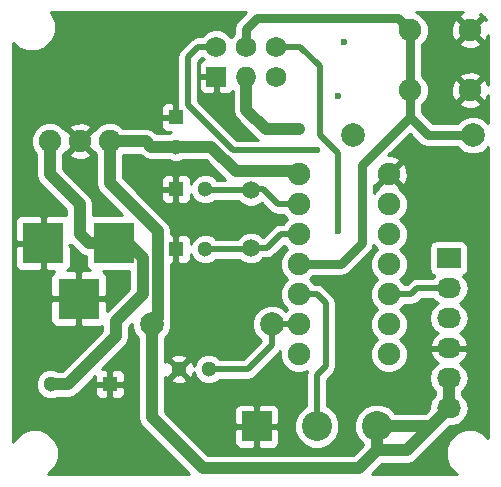
<source format=gbr>
G04 #@! TF.FileFunction,Copper,L2,Bot,Signal*
%FSLAX46Y46*%
G04 Gerber Fmt 4.6, Leading zero omitted, Abs format (unit mm)*
G04 Created by KiCad (PCBNEW 4.0.1-3.201512221401+6198~38~ubuntu15.10.1-stable) date sáb 02 ene 2016 12:37:04 CET*
%MOMM*%
G01*
G04 APERTURE LIST*
%ADD10C,0.100000*%
%ADD11R,1.300000X1.300000*%
%ADD12C,1.300000*%
%ADD13C,1.900000*%
%ADD14R,3.500120X3.500120*%
%ADD15C,1.727200*%
%ADD16O,1.727200X1.727200*%
%ADD17R,1.727200X1.727200*%
%ADD18R,2.540000X2.540000*%
%ADD19C,2.540000*%
%ADD20R,2.032000X1.727200*%
%ADD21O,2.032000X1.727200*%
%ADD22C,1.501140*%
%ADD23C,1.998980*%
%ADD24C,0.600000*%
%ADD25C,0.508000*%
%ADD26C,1.016000*%
%ADD27C,0.762000*%
%ADD28C,0.254000*%
G04 APERTURE END LIST*
D10*
D11*
X77978000Y-102870000D03*
D12*
X72978000Y-102870000D03*
D13*
X72898000Y-82296000D03*
X75438000Y-82296000D03*
X77978000Y-82296000D03*
D14*
X78336140Y-90932000D03*
X72336660Y-90932000D03*
X75336400Y-95631000D03*
D15*
X92075000Y-74295000D03*
X92075000Y-76835000D03*
X89535000Y-74295000D03*
D16*
X89535000Y-76835000D03*
D15*
X86995000Y-74295000D03*
D17*
X86995000Y-76835000D03*
D11*
X83566000Y-91440000D03*
D12*
X86066000Y-91440000D03*
D11*
X83566000Y-86360000D03*
D12*
X86066000Y-86360000D03*
D11*
X83566000Y-80264000D03*
D12*
X83566000Y-82764000D03*
D13*
X93980000Y-85090000D03*
X93980000Y-87630000D03*
X93980000Y-90170000D03*
X93980000Y-92710000D03*
X93980000Y-95250000D03*
X93980000Y-97790000D03*
X93980000Y-100330000D03*
X101600000Y-100330000D03*
X101600000Y-97790000D03*
X101600000Y-95250000D03*
X101600000Y-92710000D03*
X101600000Y-90170000D03*
X101600000Y-87630000D03*
X101600000Y-85090000D03*
D18*
X90424000Y-106426000D03*
D19*
X95504000Y-106426000D03*
X100584000Y-106426000D03*
D20*
X106680000Y-92202000D03*
D21*
X106680000Y-94742000D03*
X106680000Y-97282000D03*
X106680000Y-99822000D03*
X106680000Y-102362000D03*
X106680000Y-104902000D03*
D22*
X89916000Y-86459060D03*
X89916000Y-91340940D03*
D23*
X108712000Y-81788000D03*
X98552000Y-81788000D03*
D13*
X103378000Y-72898000D03*
X103378000Y-77978000D03*
X108458000Y-72898000D03*
X108458000Y-77978000D03*
D23*
X81534000Y-97790000D03*
X91694000Y-97790000D03*
D12*
X86360000Y-101600000D03*
X83820000Y-101600000D03*
D24*
X80264000Y-108204000D03*
X97790000Y-73914000D03*
X97282000Y-78486000D03*
X88138000Y-80772000D03*
X88138000Y-95504000D03*
X86106000Y-105156000D03*
X71628000Y-78486000D03*
X81534000Y-72644000D03*
X93980000Y-81280000D03*
X95504000Y-83058000D03*
X97282000Y-89916000D03*
D25*
X86066000Y-91440000D02*
X89816940Y-91440000D01*
X89816940Y-91440000D02*
X89916000Y-91340940D01*
X89916000Y-91340940D02*
X91285060Y-91340940D01*
X92456000Y-90170000D02*
X93980000Y-90170000D01*
X91285060Y-91340940D02*
X92456000Y-90170000D01*
X89916000Y-86459060D02*
X86165060Y-86459060D01*
X86165060Y-86459060D02*
X86066000Y-86360000D01*
X93980000Y-87630000D02*
X92202000Y-87630000D01*
X90932000Y-86360000D02*
X90015060Y-86360000D01*
X92202000Y-87630000D02*
X90932000Y-86360000D01*
X90015060Y-86360000D02*
X89916000Y-86459060D01*
D26*
X100584000Y-108458000D02*
X103124000Y-108458000D01*
X103124000Y-108458000D02*
X105156000Y-106426000D01*
X81534000Y-97790000D02*
X81534000Y-105664000D01*
X100584000Y-108458000D02*
X100584000Y-107696000D01*
X99060000Y-109982000D02*
X100584000Y-108458000D01*
X85852000Y-109982000D02*
X99060000Y-109982000D01*
X81534000Y-105664000D02*
X85852000Y-109982000D01*
X100584000Y-107696000D02*
X100584000Y-106426000D01*
X77978000Y-82296000D02*
X77978000Y-85852000D01*
X82042000Y-89916000D02*
X82042000Y-97282000D01*
X77978000Y-85852000D02*
X82042000Y-89916000D01*
X82042000Y-97282000D02*
X81534000Y-97790000D01*
X89535000Y-76835000D02*
X89535000Y-79629000D01*
X91186000Y-81280000D02*
X93980000Y-81280000D01*
X89535000Y-79629000D02*
X91186000Y-81280000D01*
X83566000Y-82764000D02*
X86574000Y-82764000D01*
X88646000Y-84836000D02*
X93726000Y-84836000D01*
X86574000Y-82764000D02*
X88646000Y-84836000D01*
X93726000Y-84836000D02*
X93980000Y-85090000D01*
X77978000Y-82296000D02*
X81026000Y-82296000D01*
X81494000Y-82764000D02*
X83566000Y-82764000D01*
X81026000Y-82296000D02*
X81494000Y-82764000D01*
X100584000Y-107696000D02*
X100584000Y-106426000D01*
X100584000Y-106426000D02*
X105156000Y-106426000D01*
X105156000Y-106426000D02*
X106680000Y-104902000D01*
X106680000Y-102362000D02*
X106680000Y-104902000D01*
D25*
X101600000Y-95250000D02*
X103505000Y-95250000D01*
X104013000Y-94742000D02*
X106680000Y-94742000D01*
X103505000Y-95250000D02*
X104013000Y-94742000D01*
D27*
X93980000Y-92710000D02*
X97536000Y-92710000D01*
X99314000Y-84328000D02*
X103378000Y-80264000D01*
X99314000Y-90932000D02*
X99314000Y-84328000D01*
X97536000Y-92710000D02*
X99314000Y-90932000D01*
X103378000Y-77978000D02*
X103378000Y-80264000D01*
X104902000Y-81788000D02*
X108712000Y-81788000D01*
X103378000Y-80264000D02*
X104902000Y-81788000D01*
X103378000Y-72898000D02*
X103378000Y-77978000D01*
X89535000Y-74295000D02*
X89535000Y-72771000D01*
X102362000Y-71882000D02*
X103378000Y-72898000D01*
X90424000Y-71882000D02*
X102362000Y-71882000D01*
X89535000Y-72771000D02*
X90424000Y-71882000D01*
D26*
X72978000Y-102870000D02*
X74422000Y-102870000D01*
X80772000Y-92202000D02*
X80010000Y-91440000D01*
X80772000Y-95250000D02*
X80772000Y-92202000D01*
X78486000Y-97536000D02*
X80772000Y-95250000D01*
X78486000Y-98806000D02*
X78486000Y-97536000D01*
X74422000Y-102870000D02*
X78486000Y-98806000D01*
X80010000Y-91440000D02*
X78336140Y-90932000D01*
X72898000Y-82296000D02*
X72898000Y-85090000D01*
X76200000Y-90932000D02*
X78336140Y-90932000D01*
X75438000Y-90170000D02*
X76200000Y-90932000D01*
X75438000Y-87630000D02*
X75438000Y-90170000D01*
X72898000Y-85090000D02*
X75438000Y-87630000D01*
X77320140Y-90805000D02*
X79375000Y-90805000D01*
X79375000Y-90805000D02*
X80010000Y-91440000D01*
D25*
X85471000Y-74295000D02*
X86995000Y-74295000D01*
X84582000Y-75184000D02*
X85471000Y-74295000D01*
X84582000Y-79248000D02*
X84582000Y-75184000D01*
X88392000Y-83058000D02*
X84582000Y-79248000D01*
X89662000Y-83058000D02*
X88392000Y-83058000D01*
X90424000Y-83058000D02*
X89662000Y-83058000D01*
X91948000Y-83058000D02*
X90424000Y-83058000D01*
X95504000Y-83058000D02*
X91948000Y-83058000D01*
X86360000Y-74295000D02*
X86995000Y-74295000D01*
X86360000Y-74295000D02*
X86995000Y-74295000D01*
X92075000Y-74295000D02*
X94107000Y-74295000D01*
X97028000Y-83058000D02*
X97282000Y-83312000D01*
X97282000Y-83312000D02*
X97282000Y-89916000D01*
X95758000Y-81788000D02*
X97028000Y-83058000D01*
X95758000Y-75946000D02*
X95758000Y-81788000D01*
X94107000Y-74295000D02*
X95758000Y-75946000D01*
X95504000Y-106426000D02*
X95504000Y-102108000D01*
X95504000Y-95250000D02*
X93980000Y-95250000D01*
X96266000Y-96012000D02*
X95504000Y-95250000D01*
X96266000Y-101346000D02*
X96266000Y-96012000D01*
X95504000Y-102108000D02*
X96266000Y-101346000D01*
X86360000Y-101600000D02*
X89662000Y-101600000D01*
X91694000Y-99568000D02*
X91694000Y-97790000D01*
X89662000Y-101600000D02*
X91694000Y-99568000D01*
X91694000Y-97790000D02*
X93980000Y-97790000D01*
D28*
G36*
X104183579Y-82506420D02*
X104342577Y-82612659D01*
X104513194Y-82726662D01*
X104902000Y-82804000D01*
X107416724Y-82804000D01*
X107784927Y-83172846D01*
X108385453Y-83422206D01*
X109035694Y-83422774D01*
X109636655Y-83174462D01*
X110011000Y-82800769D01*
X110011000Y-107387273D01*
X109612240Y-106987817D01*
X108864562Y-106677354D01*
X108054989Y-106676648D01*
X107306771Y-106985805D01*
X106733817Y-107557760D01*
X106423354Y-108305438D01*
X106422648Y-109115011D01*
X106731805Y-109863229D01*
X107303760Y-110436183D01*
X107377976Y-110467000D01*
X100191446Y-110467000D01*
X101057446Y-109601000D01*
X103124000Y-109601000D01*
X103561407Y-109513994D01*
X103932223Y-109266223D01*
X106797846Y-106400600D01*
X106864745Y-106400600D01*
X107438234Y-106286526D01*
X107924415Y-105961670D01*
X108249271Y-105475489D01*
X108363345Y-104902000D01*
X108249271Y-104328511D01*
X107924415Y-103842330D01*
X107823000Y-103774567D01*
X107823000Y-103489433D01*
X107924415Y-103421670D01*
X108249271Y-102935489D01*
X108363345Y-102362000D01*
X108249271Y-101788511D01*
X107924415Y-101302330D01*
X107614931Y-101095539D01*
X108030732Y-100724036D01*
X108284709Y-100196791D01*
X108287358Y-100181026D01*
X108166217Y-99949000D01*
X106807000Y-99949000D01*
X106807000Y-99969000D01*
X106553000Y-99969000D01*
X106553000Y-99949000D01*
X105193783Y-99949000D01*
X105072642Y-100181026D01*
X105075291Y-100196791D01*
X105329268Y-100724036D01*
X105745069Y-101095539D01*
X105435585Y-101302330D01*
X105110729Y-101788511D01*
X104996655Y-102362000D01*
X105110729Y-102935489D01*
X105435585Y-103421670D01*
X105537000Y-103489433D01*
X105537000Y-103774567D01*
X105435585Y-103842330D01*
X105110729Y-104328511D01*
X104996655Y-104902000D01*
X105007754Y-104957800D01*
X104682554Y-105283000D01*
X102134722Y-105283000D01*
X101664505Y-104811961D01*
X100964590Y-104521332D01*
X100206735Y-104520670D01*
X99506314Y-104810078D01*
X98969961Y-105345495D01*
X98679332Y-106045410D01*
X98678670Y-106803265D01*
X98968078Y-107503686D01*
X99441000Y-107977435D01*
X99441000Y-107984554D01*
X98586554Y-108839000D01*
X86325446Y-108839000D01*
X84198196Y-106711750D01*
X88519000Y-106711750D01*
X88519000Y-107822310D01*
X88615673Y-108055699D01*
X88794302Y-108234327D01*
X89027691Y-108331000D01*
X90138250Y-108331000D01*
X90297000Y-108172250D01*
X90297000Y-106553000D01*
X90551000Y-106553000D01*
X90551000Y-108172250D01*
X90709750Y-108331000D01*
X91820309Y-108331000D01*
X92053698Y-108234327D01*
X92232327Y-108055699D01*
X92329000Y-107822310D01*
X92329000Y-106711750D01*
X92170250Y-106553000D01*
X90551000Y-106553000D01*
X90297000Y-106553000D01*
X88677750Y-106553000D01*
X88519000Y-106711750D01*
X84198196Y-106711750D01*
X82677000Y-105190554D01*
X82677000Y-105029690D01*
X88519000Y-105029690D01*
X88519000Y-106140250D01*
X88677750Y-106299000D01*
X90297000Y-106299000D01*
X90297000Y-104679750D01*
X90551000Y-104679750D01*
X90551000Y-106299000D01*
X92170250Y-106299000D01*
X92329000Y-106140250D01*
X92329000Y-105029690D01*
X92232327Y-104796301D01*
X92053698Y-104617673D01*
X91820309Y-104521000D01*
X90709750Y-104521000D01*
X90551000Y-104679750D01*
X90297000Y-104679750D01*
X90138250Y-104521000D01*
X89027691Y-104521000D01*
X88794302Y-104617673D01*
X88615673Y-104796301D01*
X88519000Y-105029690D01*
X82677000Y-105029690D01*
X82677000Y-102499016D01*
X83100590Y-102499016D01*
X83156271Y-102729611D01*
X83639078Y-102897622D01*
X84149428Y-102868083D01*
X84483729Y-102729611D01*
X84539410Y-102499016D01*
X83820000Y-101779605D01*
X83100590Y-102499016D01*
X82677000Y-102499016D01*
X82677000Y-102231405D01*
X82690389Y-102263729D01*
X82920984Y-102319410D01*
X83640395Y-101600000D01*
X82920984Y-100880590D01*
X82690389Y-100936271D01*
X82677000Y-100974746D01*
X82677000Y-100700984D01*
X83100590Y-100700984D01*
X83820000Y-101420395D01*
X84539410Y-100700984D01*
X84483729Y-100470389D01*
X84000922Y-100302378D01*
X83490572Y-100331917D01*
X83156271Y-100470389D01*
X83100590Y-100700984D01*
X82677000Y-100700984D01*
X82677000Y-98958498D01*
X82918846Y-98717073D01*
X83168206Y-98116547D01*
X83168774Y-97466306D01*
X83154980Y-97432921D01*
X83185000Y-97282000D01*
X83185000Y-92725000D01*
X83280250Y-92725000D01*
X83439000Y-92566250D01*
X83439000Y-91567000D01*
X83419000Y-91567000D01*
X83419000Y-91313000D01*
X83439000Y-91313000D01*
X83439000Y-90313750D01*
X83280250Y-90155000D01*
X83185000Y-90155000D01*
X83185000Y-89916000D01*
X83097994Y-89478593D01*
X82850223Y-89107777D01*
X80388196Y-86645750D01*
X82281000Y-86645750D01*
X82281000Y-87136310D01*
X82377673Y-87369699D01*
X82556302Y-87548327D01*
X82789691Y-87645000D01*
X83280250Y-87645000D01*
X83439000Y-87486250D01*
X83439000Y-86487000D01*
X82439750Y-86487000D01*
X82281000Y-86645750D01*
X80388196Y-86645750D01*
X79326136Y-85583690D01*
X82281000Y-85583690D01*
X82281000Y-86074250D01*
X82439750Y-86233000D01*
X83439000Y-86233000D01*
X83439000Y-85233750D01*
X83280250Y-85075000D01*
X82789691Y-85075000D01*
X82556302Y-85171673D01*
X82377673Y-85350301D01*
X82281000Y-85583690D01*
X79326136Y-85583690D01*
X79121000Y-85378554D01*
X79121000Y-83439000D01*
X80552554Y-83439000D01*
X80685777Y-83572223D01*
X81056593Y-83819994D01*
X81494000Y-83907000D01*
X82967839Y-83907000D01*
X83309276Y-84048777D01*
X83820481Y-84049223D01*
X84164686Y-83907000D01*
X86100554Y-83907000D01*
X87763614Y-85570060D01*
X87093118Y-85570060D01*
X86794845Y-85271265D01*
X86322724Y-85075223D01*
X85811519Y-85074777D01*
X85339057Y-85269995D01*
X84977265Y-85631155D01*
X84851000Y-85935235D01*
X84851000Y-85583690D01*
X84754327Y-85350301D01*
X84575698Y-85171673D01*
X84342309Y-85075000D01*
X83851750Y-85075000D01*
X83693000Y-85233750D01*
X83693000Y-86233000D01*
X83713000Y-86233000D01*
X83713000Y-86487000D01*
X83693000Y-86487000D01*
X83693000Y-87486250D01*
X83851750Y-87645000D01*
X84342309Y-87645000D01*
X84575698Y-87548327D01*
X84754327Y-87369699D01*
X84851000Y-87136310D01*
X84851000Y-86784433D01*
X84975995Y-87086943D01*
X85337155Y-87448735D01*
X85809276Y-87644777D01*
X86320481Y-87645223D01*
X86792943Y-87450005D01*
X86895066Y-87348060D01*
X88845666Y-87348060D01*
X89130113Y-87633004D01*
X89639184Y-87844389D01*
X90190398Y-87844870D01*
X90699837Y-87634374D01*
X90824596Y-87509832D01*
X91573382Y-88258618D01*
X91861794Y-88451329D01*
X92202000Y-88519000D01*
X92632355Y-88519000D01*
X92635519Y-88526657D01*
X93008471Y-88900261D01*
X92637086Y-89270997D01*
X92632932Y-89281000D01*
X92456000Y-89281000D01*
X92115794Y-89348671D01*
X91827382Y-89541382D01*
X90951609Y-90417155D01*
X90701887Y-90166996D01*
X90192816Y-89955611D01*
X89641602Y-89955130D01*
X89132163Y-90165626D01*
X88746116Y-90551000D01*
X86994231Y-90551000D01*
X86794845Y-90351265D01*
X86322724Y-90155223D01*
X85811519Y-90154777D01*
X85339057Y-90349995D01*
X84977265Y-90711155D01*
X84851000Y-91015235D01*
X84851000Y-90663690D01*
X84754327Y-90430301D01*
X84575698Y-90251673D01*
X84342309Y-90155000D01*
X83851750Y-90155000D01*
X83693000Y-90313750D01*
X83693000Y-91313000D01*
X83713000Y-91313000D01*
X83713000Y-91567000D01*
X83693000Y-91567000D01*
X83693000Y-92566250D01*
X83851750Y-92725000D01*
X84342309Y-92725000D01*
X84575698Y-92628327D01*
X84754327Y-92449699D01*
X84851000Y-92216310D01*
X84851000Y-91864433D01*
X84975995Y-92166943D01*
X85337155Y-92528735D01*
X85809276Y-92724777D01*
X86320481Y-92725223D01*
X86792943Y-92530005D01*
X86994300Y-92329000D01*
X88944553Y-92329000D01*
X89130113Y-92514884D01*
X89639184Y-92726269D01*
X90190398Y-92726750D01*
X90699837Y-92516254D01*
X90986651Y-92229940D01*
X91285060Y-92229940D01*
X91625266Y-92162269D01*
X91913678Y-91969558D01*
X92725970Y-91157266D01*
X93008471Y-91440261D01*
X92637086Y-91810997D01*
X92395276Y-92393341D01*
X92394725Y-93023893D01*
X92635519Y-93606657D01*
X93008471Y-93980261D01*
X92637086Y-94350997D01*
X92395276Y-94933341D01*
X92394725Y-95563893D01*
X92635519Y-96146657D01*
X93008471Y-96520261D01*
X92871987Y-96656506D01*
X92621073Y-96405154D01*
X92020547Y-96155794D01*
X91370306Y-96155226D01*
X90769345Y-96403538D01*
X90309154Y-96862927D01*
X90059794Y-97463453D01*
X90059226Y-98113694D01*
X90307538Y-98714655D01*
X90766927Y-99174846D01*
X90805000Y-99190655D01*
X90805000Y-99199764D01*
X89293764Y-100711000D01*
X87288231Y-100711000D01*
X87088845Y-100511265D01*
X86616724Y-100315223D01*
X86105519Y-100314777D01*
X85633057Y-100509995D01*
X85271265Y-100871155D01*
X85090203Y-101307200D01*
X85088083Y-101270572D01*
X84949611Y-100936271D01*
X84719016Y-100880590D01*
X83999605Y-101600000D01*
X84719016Y-102319410D01*
X84949611Y-102263729D01*
X85084139Y-101877140D01*
X85269995Y-102326943D01*
X85631155Y-102688735D01*
X86103276Y-102884777D01*
X86614481Y-102885223D01*
X87086943Y-102690005D01*
X87288300Y-102489000D01*
X89662000Y-102489000D01*
X90002206Y-102421329D01*
X90290618Y-102228618D01*
X92322618Y-100196618D01*
X92333036Y-100181026D01*
X92395211Y-100087975D01*
X92394725Y-100643893D01*
X92635519Y-101226657D01*
X93080997Y-101672914D01*
X93663341Y-101914724D01*
X94293893Y-101915275D01*
X94694817Y-101749616D01*
X94682671Y-101767794D01*
X94615000Y-102108000D01*
X94615000Y-104732115D01*
X94426314Y-104810078D01*
X93889961Y-105345495D01*
X93599332Y-106045410D01*
X93598670Y-106803265D01*
X93888078Y-107503686D01*
X94423495Y-108040039D01*
X95123410Y-108330668D01*
X95881265Y-108331330D01*
X96581686Y-108041922D01*
X97118039Y-107506505D01*
X97408668Y-106806590D01*
X97409330Y-106048735D01*
X97119922Y-105348314D01*
X96584505Y-104811961D01*
X96393000Y-104732441D01*
X96393000Y-102476236D01*
X96894618Y-101974618D01*
X96974891Y-101854481D01*
X97087329Y-101686206D01*
X97155000Y-101346000D01*
X97155000Y-96012000D01*
X97087329Y-95671794D01*
X96894618Y-95383382D01*
X96132618Y-94621382D01*
X95863820Y-94441777D01*
X95844206Y-94428671D01*
X95504000Y-94361000D01*
X95327645Y-94361000D01*
X95324481Y-94353343D01*
X94951529Y-93979739D01*
X95205712Y-93726000D01*
X97536000Y-93726000D01*
X97860300Y-93661493D01*
X97924807Y-93648662D01*
X98254420Y-93428420D01*
X100032421Y-91650420D01*
X100252662Y-91320807D01*
X100295290Y-91106498D01*
X100628471Y-91440261D01*
X100257086Y-91810997D01*
X100015276Y-92393341D01*
X100014725Y-93023893D01*
X100255519Y-93606657D01*
X100628471Y-93980261D01*
X100257086Y-94350997D01*
X100015276Y-94933341D01*
X100014725Y-95563893D01*
X100255519Y-96146657D01*
X100628471Y-96520261D01*
X100257086Y-96890997D01*
X100015276Y-97473341D01*
X100014725Y-98103893D01*
X100255519Y-98686657D01*
X100628471Y-99060261D01*
X100257086Y-99430997D01*
X100015276Y-100013341D01*
X100014725Y-100643893D01*
X100255519Y-101226657D01*
X100700997Y-101672914D01*
X101283341Y-101914724D01*
X101913893Y-101915275D01*
X102496657Y-101674481D01*
X102942914Y-101229003D01*
X103184724Y-100646659D01*
X103185275Y-100016107D01*
X102944481Y-99433343D01*
X102571529Y-99059739D01*
X102942914Y-98689003D01*
X103184724Y-98106659D01*
X103185275Y-97476107D01*
X102944481Y-96893343D01*
X102571529Y-96519739D01*
X102942914Y-96149003D01*
X102947068Y-96139000D01*
X103505000Y-96139000D01*
X103845206Y-96071329D01*
X104133618Y-95878618D01*
X104381236Y-95631000D01*
X105321547Y-95631000D01*
X105435585Y-95801670D01*
X105750366Y-96012000D01*
X105435585Y-96222330D01*
X105110729Y-96708511D01*
X104996655Y-97282000D01*
X105110729Y-97855489D01*
X105435585Y-98341670D01*
X105745069Y-98548461D01*
X105329268Y-98919964D01*
X105075291Y-99447209D01*
X105072642Y-99462974D01*
X105193783Y-99695000D01*
X106553000Y-99695000D01*
X106553000Y-99675000D01*
X106807000Y-99675000D01*
X106807000Y-99695000D01*
X108166217Y-99695000D01*
X108287358Y-99462974D01*
X108284709Y-99447209D01*
X108030732Y-98919964D01*
X107614931Y-98548461D01*
X107924415Y-98341670D01*
X108249271Y-97855489D01*
X108363345Y-97282000D01*
X108249271Y-96708511D01*
X107924415Y-96222330D01*
X107609634Y-96012000D01*
X107924415Y-95801670D01*
X108249271Y-95315489D01*
X108363345Y-94742000D01*
X108249271Y-94168511D01*
X107924415Y-93682330D01*
X107910087Y-93672757D01*
X107931317Y-93668762D01*
X108147441Y-93529690D01*
X108292431Y-93317490D01*
X108343440Y-93065600D01*
X108343440Y-91338400D01*
X108299162Y-91103083D01*
X108160090Y-90886959D01*
X107947890Y-90741969D01*
X107696000Y-90690960D01*
X105664000Y-90690960D01*
X105428683Y-90735238D01*
X105212559Y-90874310D01*
X105067569Y-91086510D01*
X105016560Y-91338400D01*
X105016560Y-93065600D01*
X105060838Y-93300917D01*
X105199910Y-93517041D01*
X105412110Y-93662031D01*
X105453439Y-93670400D01*
X105435585Y-93682330D01*
X105321547Y-93853000D01*
X104013000Y-93853000D01*
X103672794Y-93920671D01*
X103384382Y-94113382D01*
X103136764Y-94361000D01*
X102947645Y-94361000D01*
X102944481Y-94353343D01*
X102571529Y-93979739D01*
X102942914Y-93609003D01*
X103184724Y-93026659D01*
X103185275Y-92396107D01*
X102944481Y-91813343D01*
X102571529Y-91439739D01*
X102942914Y-91069003D01*
X103184724Y-90486659D01*
X103185275Y-89856107D01*
X102944481Y-89273343D01*
X102571529Y-88899739D01*
X102942914Y-88529003D01*
X103184724Y-87946659D01*
X103185275Y-87316107D01*
X102944481Y-86733343D01*
X102505789Y-86293884D01*
X102536745Y-86206350D01*
X101600000Y-85269605D01*
X100663255Y-86206350D01*
X100694407Y-86294439D01*
X100330000Y-86658210D01*
X100330000Y-85972408D01*
X100483650Y-86026745D01*
X101420395Y-85090000D01*
X101779605Y-85090000D01*
X102716350Y-86026745D01*
X102978019Y-85934208D01*
X103196188Y-85342602D01*
X103171352Y-84712539D01*
X102978019Y-84245792D01*
X102716350Y-84153255D01*
X101779605Y-85090000D01*
X101420395Y-85090000D01*
X101406253Y-85075858D01*
X101585858Y-84896253D01*
X101600000Y-84910395D01*
X102536745Y-83973650D01*
X102444208Y-83711981D01*
X101852602Y-83493812D01*
X101574048Y-83504792D01*
X103378000Y-81700841D01*
X104183579Y-82506420D01*
X104183579Y-82506420D01*
G37*
X104183579Y-82506420D02*
X104342577Y-82612659D01*
X104513194Y-82726662D01*
X104902000Y-82804000D01*
X107416724Y-82804000D01*
X107784927Y-83172846D01*
X108385453Y-83422206D01*
X109035694Y-83422774D01*
X109636655Y-83174462D01*
X110011000Y-82800769D01*
X110011000Y-107387273D01*
X109612240Y-106987817D01*
X108864562Y-106677354D01*
X108054989Y-106676648D01*
X107306771Y-106985805D01*
X106733817Y-107557760D01*
X106423354Y-108305438D01*
X106422648Y-109115011D01*
X106731805Y-109863229D01*
X107303760Y-110436183D01*
X107377976Y-110467000D01*
X100191446Y-110467000D01*
X101057446Y-109601000D01*
X103124000Y-109601000D01*
X103561407Y-109513994D01*
X103932223Y-109266223D01*
X106797846Y-106400600D01*
X106864745Y-106400600D01*
X107438234Y-106286526D01*
X107924415Y-105961670D01*
X108249271Y-105475489D01*
X108363345Y-104902000D01*
X108249271Y-104328511D01*
X107924415Y-103842330D01*
X107823000Y-103774567D01*
X107823000Y-103489433D01*
X107924415Y-103421670D01*
X108249271Y-102935489D01*
X108363345Y-102362000D01*
X108249271Y-101788511D01*
X107924415Y-101302330D01*
X107614931Y-101095539D01*
X108030732Y-100724036D01*
X108284709Y-100196791D01*
X108287358Y-100181026D01*
X108166217Y-99949000D01*
X106807000Y-99949000D01*
X106807000Y-99969000D01*
X106553000Y-99969000D01*
X106553000Y-99949000D01*
X105193783Y-99949000D01*
X105072642Y-100181026D01*
X105075291Y-100196791D01*
X105329268Y-100724036D01*
X105745069Y-101095539D01*
X105435585Y-101302330D01*
X105110729Y-101788511D01*
X104996655Y-102362000D01*
X105110729Y-102935489D01*
X105435585Y-103421670D01*
X105537000Y-103489433D01*
X105537000Y-103774567D01*
X105435585Y-103842330D01*
X105110729Y-104328511D01*
X104996655Y-104902000D01*
X105007754Y-104957800D01*
X104682554Y-105283000D01*
X102134722Y-105283000D01*
X101664505Y-104811961D01*
X100964590Y-104521332D01*
X100206735Y-104520670D01*
X99506314Y-104810078D01*
X98969961Y-105345495D01*
X98679332Y-106045410D01*
X98678670Y-106803265D01*
X98968078Y-107503686D01*
X99441000Y-107977435D01*
X99441000Y-107984554D01*
X98586554Y-108839000D01*
X86325446Y-108839000D01*
X84198196Y-106711750D01*
X88519000Y-106711750D01*
X88519000Y-107822310D01*
X88615673Y-108055699D01*
X88794302Y-108234327D01*
X89027691Y-108331000D01*
X90138250Y-108331000D01*
X90297000Y-108172250D01*
X90297000Y-106553000D01*
X90551000Y-106553000D01*
X90551000Y-108172250D01*
X90709750Y-108331000D01*
X91820309Y-108331000D01*
X92053698Y-108234327D01*
X92232327Y-108055699D01*
X92329000Y-107822310D01*
X92329000Y-106711750D01*
X92170250Y-106553000D01*
X90551000Y-106553000D01*
X90297000Y-106553000D01*
X88677750Y-106553000D01*
X88519000Y-106711750D01*
X84198196Y-106711750D01*
X82677000Y-105190554D01*
X82677000Y-105029690D01*
X88519000Y-105029690D01*
X88519000Y-106140250D01*
X88677750Y-106299000D01*
X90297000Y-106299000D01*
X90297000Y-104679750D01*
X90551000Y-104679750D01*
X90551000Y-106299000D01*
X92170250Y-106299000D01*
X92329000Y-106140250D01*
X92329000Y-105029690D01*
X92232327Y-104796301D01*
X92053698Y-104617673D01*
X91820309Y-104521000D01*
X90709750Y-104521000D01*
X90551000Y-104679750D01*
X90297000Y-104679750D01*
X90138250Y-104521000D01*
X89027691Y-104521000D01*
X88794302Y-104617673D01*
X88615673Y-104796301D01*
X88519000Y-105029690D01*
X82677000Y-105029690D01*
X82677000Y-102499016D01*
X83100590Y-102499016D01*
X83156271Y-102729611D01*
X83639078Y-102897622D01*
X84149428Y-102868083D01*
X84483729Y-102729611D01*
X84539410Y-102499016D01*
X83820000Y-101779605D01*
X83100590Y-102499016D01*
X82677000Y-102499016D01*
X82677000Y-102231405D01*
X82690389Y-102263729D01*
X82920984Y-102319410D01*
X83640395Y-101600000D01*
X82920984Y-100880590D01*
X82690389Y-100936271D01*
X82677000Y-100974746D01*
X82677000Y-100700984D01*
X83100590Y-100700984D01*
X83820000Y-101420395D01*
X84539410Y-100700984D01*
X84483729Y-100470389D01*
X84000922Y-100302378D01*
X83490572Y-100331917D01*
X83156271Y-100470389D01*
X83100590Y-100700984D01*
X82677000Y-100700984D01*
X82677000Y-98958498D01*
X82918846Y-98717073D01*
X83168206Y-98116547D01*
X83168774Y-97466306D01*
X83154980Y-97432921D01*
X83185000Y-97282000D01*
X83185000Y-92725000D01*
X83280250Y-92725000D01*
X83439000Y-92566250D01*
X83439000Y-91567000D01*
X83419000Y-91567000D01*
X83419000Y-91313000D01*
X83439000Y-91313000D01*
X83439000Y-90313750D01*
X83280250Y-90155000D01*
X83185000Y-90155000D01*
X83185000Y-89916000D01*
X83097994Y-89478593D01*
X82850223Y-89107777D01*
X80388196Y-86645750D01*
X82281000Y-86645750D01*
X82281000Y-87136310D01*
X82377673Y-87369699D01*
X82556302Y-87548327D01*
X82789691Y-87645000D01*
X83280250Y-87645000D01*
X83439000Y-87486250D01*
X83439000Y-86487000D01*
X82439750Y-86487000D01*
X82281000Y-86645750D01*
X80388196Y-86645750D01*
X79326136Y-85583690D01*
X82281000Y-85583690D01*
X82281000Y-86074250D01*
X82439750Y-86233000D01*
X83439000Y-86233000D01*
X83439000Y-85233750D01*
X83280250Y-85075000D01*
X82789691Y-85075000D01*
X82556302Y-85171673D01*
X82377673Y-85350301D01*
X82281000Y-85583690D01*
X79326136Y-85583690D01*
X79121000Y-85378554D01*
X79121000Y-83439000D01*
X80552554Y-83439000D01*
X80685777Y-83572223D01*
X81056593Y-83819994D01*
X81494000Y-83907000D01*
X82967839Y-83907000D01*
X83309276Y-84048777D01*
X83820481Y-84049223D01*
X84164686Y-83907000D01*
X86100554Y-83907000D01*
X87763614Y-85570060D01*
X87093118Y-85570060D01*
X86794845Y-85271265D01*
X86322724Y-85075223D01*
X85811519Y-85074777D01*
X85339057Y-85269995D01*
X84977265Y-85631155D01*
X84851000Y-85935235D01*
X84851000Y-85583690D01*
X84754327Y-85350301D01*
X84575698Y-85171673D01*
X84342309Y-85075000D01*
X83851750Y-85075000D01*
X83693000Y-85233750D01*
X83693000Y-86233000D01*
X83713000Y-86233000D01*
X83713000Y-86487000D01*
X83693000Y-86487000D01*
X83693000Y-87486250D01*
X83851750Y-87645000D01*
X84342309Y-87645000D01*
X84575698Y-87548327D01*
X84754327Y-87369699D01*
X84851000Y-87136310D01*
X84851000Y-86784433D01*
X84975995Y-87086943D01*
X85337155Y-87448735D01*
X85809276Y-87644777D01*
X86320481Y-87645223D01*
X86792943Y-87450005D01*
X86895066Y-87348060D01*
X88845666Y-87348060D01*
X89130113Y-87633004D01*
X89639184Y-87844389D01*
X90190398Y-87844870D01*
X90699837Y-87634374D01*
X90824596Y-87509832D01*
X91573382Y-88258618D01*
X91861794Y-88451329D01*
X92202000Y-88519000D01*
X92632355Y-88519000D01*
X92635519Y-88526657D01*
X93008471Y-88900261D01*
X92637086Y-89270997D01*
X92632932Y-89281000D01*
X92456000Y-89281000D01*
X92115794Y-89348671D01*
X91827382Y-89541382D01*
X90951609Y-90417155D01*
X90701887Y-90166996D01*
X90192816Y-89955611D01*
X89641602Y-89955130D01*
X89132163Y-90165626D01*
X88746116Y-90551000D01*
X86994231Y-90551000D01*
X86794845Y-90351265D01*
X86322724Y-90155223D01*
X85811519Y-90154777D01*
X85339057Y-90349995D01*
X84977265Y-90711155D01*
X84851000Y-91015235D01*
X84851000Y-90663690D01*
X84754327Y-90430301D01*
X84575698Y-90251673D01*
X84342309Y-90155000D01*
X83851750Y-90155000D01*
X83693000Y-90313750D01*
X83693000Y-91313000D01*
X83713000Y-91313000D01*
X83713000Y-91567000D01*
X83693000Y-91567000D01*
X83693000Y-92566250D01*
X83851750Y-92725000D01*
X84342309Y-92725000D01*
X84575698Y-92628327D01*
X84754327Y-92449699D01*
X84851000Y-92216310D01*
X84851000Y-91864433D01*
X84975995Y-92166943D01*
X85337155Y-92528735D01*
X85809276Y-92724777D01*
X86320481Y-92725223D01*
X86792943Y-92530005D01*
X86994300Y-92329000D01*
X88944553Y-92329000D01*
X89130113Y-92514884D01*
X89639184Y-92726269D01*
X90190398Y-92726750D01*
X90699837Y-92516254D01*
X90986651Y-92229940D01*
X91285060Y-92229940D01*
X91625266Y-92162269D01*
X91913678Y-91969558D01*
X92725970Y-91157266D01*
X93008471Y-91440261D01*
X92637086Y-91810997D01*
X92395276Y-92393341D01*
X92394725Y-93023893D01*
X92635519Y-93606657D01*
X93008471Y-93980261D01*
X92637086Y-94350997D01*
X92395276Y-94933341D01*
X92394725Y-95563893D01*
X92635519Y-96146657D01*
X93008471Y-96520261D01*
X92871987Y-96656506D01*
X92621073Y-96405154D01*
X92020547Y-96155794D01*
X91370306Y-96155226D01*
X90769345Y-96403538D01*
X90309154Y-96862927D01*
X90059794Y-97463453D01*
X90059226Y-98113694D01*
X90307538Y-98714655D01*
X90766927Y-99174846D01*
X90805000Y-99190655D01*
X90805000Y-99199764D01*
X89293764Y-100711000D01*
X87288231Y-100711000D01*
X87088845Y-100511265D01*
X86616724Y-100315223D01*
X86105519Y-100314777D01*
X85633057Y-100509995D01*
X85271265Y-100871155D01*
X85090203Y-101307200D01*
X85088083Y-101270572D01*
X84949611Y-100936271D01*
X84719016Y-100880590D01*
X83999605Y-101600000D01*
X84719016Y-102319410D01*
X84949611Y-102263729D01*
X85084139Y-101877140D01*
X85269995Y-102326943D01*
X85631155Y-102688735D01*
X86103276Y-102884777D01*
X86614481Y-102885223D01*
X87086943Y-102690005D01*
X87288300Y-102489000D01*
X89662000Y-102489000D01*
X90002206Y-102421329D01*
X90290618Y-102228618D01*
X92322618Y-100196618D01*
X92333036Y-100181026D01*
X92395211Y-100087975D01*
X92394725Y-100643893D01*
X92635519Y-101226657D01*
X93080997Y-101672914D01*
X93663341Y-101914724D01*
X94293893Y-101915275D01*
X94694817Y-101749616D01*
X94682671Y-101767794D01*
X94615000Y-102108000D01*
X94615000Y-104732115D01*
X94426314Y-104810078D01*
X93889961Y-105345495D01*
X93599332Y-106045410D01*
X93598670Y-106803265D01*
X93888078Y-107503686D01*
X94423495Y-108040039D01*
X95123410Y-108330668D01*
X95881265Y-108331330D01*
X96581686Y-108041922D01*
X97118039Y-107506505D01*
X97408668Y-106806590D01*
X97409330Y-106048735D01*
X97119922Y-105348314D01*
X96584505Y-104811961D01*
X96393000Y-104732441D01*
X96393000Y-102476236D01*
X96894618Y-101974618D01*
X96974891Y-101854481D01*
X97087329Y-101686206D01*
X97155000Y-101346000D01*
X97155000Y-96012000D01*
X97087329Y-95671794D01*
X96894618Y-95383382D01*
X96132618Y-94621382D01*
X95863820Y-94441777D01*
X95844206Y-94428671D01*
X95504000Y-94361000D01*
X95327645Y-94361000D01*
X95324481Y-94353343D01*
X94951529Y-93979739D01*
X95205712Y-93726000D01*
X97536000Y-93726000D01*
X97860300Y-93661493D01*
X97924807Y-93648662D01*
X98254420Y-93428420D01*
X100032421Y-91650420D01*
X100252662Y-91320807D01*
X100295290Y-91106498D01*
X100628471Y-91440261D01*
X100257086Y-91810997D01*
X100015276Y-92393341D01*
X100014725Y-93023893D01*
X100255519Y-93606657D01*
X100628471Y-93980261D01*
X100257086Y-94350997D01*
X100015276Y-94933341D01*
X100014725Y-95563893D01*
X100255519Y-96146657D01*
X100628471Y-96520261D01*
X100257086Y-96890997D01*
X100015276Y-97473341D01*
X100014725Y-98103893D01*
X100255519Y-98686657D01*
X100628471Y-99060261D01*
X100257086Y-99430997D01*
X100015276Y-100013341D01*
X100014725Y-100643893D01*
X100255519Y-101226657D01*
X100700997Y-101672914D01*
X101283341Y-101914724D01*
X101913893Y-101915275D01*
X102496657Y-101674481D01*
X102942914Y-101229003D01*
X103184724Y-100646659D01*
X103185275Y-100016107D01*
X102944481Y-99433343D01*
X102571529Y-99059739D01*
X102942914Y-98689003D01*
X103184724Y-98106659D01*
X103185275Y-97476107D01*
X102944481Y-96893343D01*
X102571529Y-96519739D01*
X102942914Y-96149003D01*
X102947068Y-96139000D01*
X103505000Y-96139000D01*
X103845206Y-96071329D01*
X104133618Y-95878618D01*
X104381236Y-95631000D01*
X105321547Y-95631000D01*
X105435585Y-95801670D01*
X105750366Y-96012000D01*
X105435585Y-96222330D01*
X105110729Y-96708511D01*
X104996655Y-97282000D01*
X105110729Y-97855489D01*
X105435585Y-98341670D01*
X105745069Y-98548461D01*
X105329268Y-98919964D01*
X105075291Y-99447209D01*
X105072642Y-99462974D01*
X105193783Y-99695000D01*
X106553000Y-99695000D01*
X106553000Y-99675000D01*
X106807000Y-99675000D01*
X106807000Y-99695000D01*
X108166217Y-99695000D01*
X108287358Y-99462974D01*
X108284709Y-99447209D01*
X108030732Y-98919964D01*
X107614931Y-98548461D01*
X107924415Y-98341670D01*
X108249271Y-97855489D01*
X108363345Y-97282000D01*
X108249271Y-96708511D01*
X107924415Y-96222330D01*
X107609634Y-96012000D01*
X107924415Y-95801670D01*
X108249271Y-95315489D01*
X108363345Y-94742000D01*
X108249271Y-94168511D01*
X107924415Y-93682330D01*
X107910087Y-93672757D01*
X107931317Y-93668762D01*
X108147441Y-93529690D01*
X108292431Y-93317490D01*
X108343440Y-93065600D01*
X108343440Y-91338400D01*
X108299162Y-91103083D01*
X108160090Y-90886959D01*
X107947890Y-90741969D01*
X107696000Y-90690960D01*
X105664000Y-90690960D01*
X105428683Y-90735238D01*
X105212559Y-90874310D01*
X105067569Y-91086510D01*
X105016560Y-91338400D01*
X105016560Y-93065600D01*
X105060838Y-93300917D01*
X105199910Y-93517041D01*
X105412110Y-93662031D01*
X105453439Y-93670400D01*
X105435585Y-93682330D01*
X105321547Y-93853000D01*
X104013000Y-93853000D01*
X103672794Y-93920671D01*
X103384382Y-94113382D01*
X103136764Y-94361000D01*
X102947645Y-94361000D01*
X102944481Y-94353343D01*
X102571529Y-93979739D01*
X102942914Y-93609003D01*
X103184724Y-93026659D01*
X103185275Y-92396107D01*
X102944481Y-91813343D01*
X102571529Y-91439739D01*
X102942914Y-91069003D01*
X103184724Y-90486659D01*
X103185275Y-89856107D01*
X102944481Y-89273343D01*
X102571529Y-88899739D01*
X102942914Y-88529003D01*
X103184724Y-87946659D01*
X103185275Y-87316107D01*
X102944481Y-86733343D01*
X102505789Y-86293884D01*
X102536745Y-86206350D01*
X101600000Y-85269605D01*
X100663255Y-86206350D01*
X100694407Y-86294439D01*
X100330000Y-86658210D01*
X100330000Y-85972408D01*
X100483650Y-86026745D01*
X101420395Y-85090000D01*
X101779605Y-85090000D01*
X102716350Y-86026745D01*
X102978019Y-85934208D01*
X103196188Y-85342602D01*
X103171352Y-84712539D01*
X102978019Y-84245792D01*
X102716350Y-84153255D01*
X101779605Y-85090000D01*
X101420395Y-85090000D01*
X101406253Y-85075858D01*
X101585858Y-84896253D01*
X101600000Y-84910395D01*
X102536745Y-83973650D01*
X102444208Y-83711981D01*
X101852602Y-83493812D01*
X101574048Y-83504792D01*
X103378000Y-81700841D01*
X104183579Y-82506420D01*
G36*
X88816580Y-72052580D02*
X88596338Y-72382193D01*
X88596338Y-72382194D01*
X88519000Y-72771000D01*
X88519000Y-73191735D01*
X88265290Y-73445003D01*
X88264905Y-73445931D01*
X87844997Y-73025290D01*
X87294398Y-72796661D01*
X86698218Y-72796141D01*
X86147220Y-73023808D01*
X85764361Y-73406000D01*
X85471000Y-73406000D01*
X85130794Y-73473671D01*
X84917154Y-73616421D01*
X84842382Y-73666382D01*
X83953382Y-74555382D01*
X83760671Y-74843794D01*
X83693000Y-75184000D01*
X83693000Y-80137000D01*
X83713000Y-80137000D01*
X83713000Y-80391000D01*
X83693000Y-80391000D01*
X83693000Y-80411000D01*
X83439000Y-80411000D01*
X83439000Y-80391000D01*
X82439750Y-80391000D01*
X82281000Y-80549750D01*
X82281000Y-81040309D01*
X82377673Y-81273698D01*
X82556301Y-81452327D01*
X82789690Y-81549000D01*
X83141567Y-81549000D01*
X82967314Y-81621000D01*
X81967446Y-81621000D01*
X81834223Y-81487777D01*
X81463407Y-81240006D01*
X81026000Y-81153000D01*
X79076568Y-81153000D01*
X78877003Y-80953086D01*
X78294659Y-80711276D01*
X77664107Y-80710725D01*
X77081343Y-80951519D01*
X76641884Y-81390211D01*
X76554350Y-81359255D01*
X75617605Y-82296000D01*
X76554350Y-83232745D01*
X76642439Y-83201593D01*
X76835000Y-83394490D01*
X76835000Y-85852000D01*
X76922006Y-86289407D01*
X77169777Y-86660223D01*
X79044054Y-88534500D01*
X76586080Y-88534500D01*
X76581000Y-88535456D01*
X76581000Y-87630000D01*
X76493994Y-87192593D01*
X76246223Y-86821777D01*
X74041000Y-84616554D01*
X74041000Y-83412350D01*
X74501255Y-83412350D01*
X74593792Y-83674019D01*
X75185398Y-83892188D01*
X75815461Y-83867352D01*
X76282208Y-83674019D01*
X76374745Y-83412350D01*
X75438000Y-82475605D01*
X74501255Y-83412350D01*
X74041000Y-83412350D01*
X74041000Y-83394568D01*
X74234116Y-83201789D01*
X74321650Y-83232745D01*
X75258395Y-82296000D01*
X74321650Y-81359255D01*
X74233561Y-81390407D01*
X74023172Y-81179650D01*
X74501255Y-81179650D01*
X75438000Y-82116395D01*
X76374745Y-81179650D01*
X76282208Y-80917981D01*
X75690602Y-80699812D01*
X75060539Y-80724648D01*
X74593792Y-80917981D01*
X74501255Y-81179650D01*
X74023172Y-81179650D01*
X73797003Y-80953086D01*
X73214659Y-80711276D01*
X72584107Y-80710725D01*
X72001343Y-80951519D01*
X71555086Y-81396997D01*
X71313276Y-81979341D01*
X71312725Y-82609893D01*
X71553519Y-83192657D01*
X71755000Y-83394490D01*
X71755000Y-85090000D01*
X71842006Y-85527407D01*
X72089777Y-85898223D01*
X74295000Y-88103446D01*
X74295000Y-88580894D01*
X74213029Y-88546940D01*
X72622410Y-88546940D01*
X72463660Y-88705690D01*
X72463660Y-90805000D01*
X72483660Y-90805000D01*
X72483660Y-91059000D01*
X72463660Y-91059000D01*
X72463660Y-93158310D01*
X72622410Y-93317060D01*
X73288332Y-93317060D01*
X73226642Y-93342613D01*
X73048013Y-93521241D01*
X72951340Y-93754630D01*
X72951340Y-95345250D01*
X73110090Y-95504000D01*
X75209400Y-95504000D01*
X75209400Y-93404690D01*
X75050650Y-93245940D01*
X74384728Y-93245940D01*
X74446418Y-93220387D01*
X74625047Y-93041759D01*
X74721720Y-92808370D01*
X74721720Y-91217750D01*
X74562972Y-91059002D01*
X74710556Y-91059002D01*
X75391777Y-91740223D01*
X75762593Y-91987994D01*
X75938640Y-92023012D01*
X75938640Y-92682060D01*
X75982918Y-92917377D01*
X76121990Y-93133501D01*
X76286550Y-93245940D01*
X75622150Y-93245940D01*
X75463400Y-93404690D01*
X75463400Y-95504000D01*
X77562710Y-95504000D01*
X77721460Y-95345250D01*
X77721460Y-93754630D01*
X77624787Y-93521241D01*
X77446158Y-93342613D01*
X77414500Y-93329500D01*
X79629000Y-93329500D01*
X79629000Y-94776554D01*
X77721460Y-96684094D01*
X77721460Y-95916750D01*
X77562710Y-95758000D01*
X75463400Y-95758000D01*
X75463400Y-97857310D01*
X75622150Y-98016060D01*
X77212769Y-98016060D01*
X77343000Y-97962116D01*
X77343000Y-98332554D01*
X73948554Y-101727000D01*
X73576161Y-101727000D01*
X73234724Y-101585223D01*
X72723519Y-101584777D01*
X72251057Y-101779995D01*
X71889265Y-102141155D01*
X71693223Y-102613276D01*
X71692777Y-103124481D01*
X71887995Y-103596943D01*
X72249155Y-103958735D01*
X72721276Y-104154777D01*
X73232481Y-104155223D01*
X73576686Y-104013000D01*
X74422000Y-104013000D01*
X74859407Y-103925994D01*
X75230223Y-103678223D01*
X75752696Y-103155750D01*
X76693000Y-103155750D01*
X76693000Y-103646310D01*
X76789673Y-103879699D01*
X76968302Y-104058327D01*
X77201691Y-104155000D01*
X77692250Y-104155000D01*
X77851000Y-103996250D01*
X77851000Y-102997000D01*
X78105000Y-102997000D01*
X78105000Y-103996250D01*
X78263750Y-104155000D01*
X78754309Y-104155000D01*
X78987698Y-104058327D01*
X79166327Y-103879699D01*
X79263000Y-103646310D01*
X79263000Y-103155750D01*
X79104250Y-102997000D01*
X78105000Y-102997000D01*
X77851000Y-102997000D01*
X76851750Y-102997000D01*
X76693000Y-103155750D01*
X75752696Y-103155750D01*
X76693000Y-102215446D01*
X76693000Y-102584250D01*
X76851750Y-102743000D01*
X77851000Y-102743000D01*
X77851000Y-101743750D01*
X78105000Y-101743750D01*
X78105000Y-102743000D01*
X79104250Y-102743000D01*
X79263000Y-102584250D01*
X79263000Y-102093690D01*
X79166327Y-101860301D01*
X78987698Y-101681673D01*
X78754309Y-101585000D01*
X78263750Y-101585000D01*
X78105000Y-101743750D01*
X77851000Y-101743750D01*
X77692250Y-101585000D01*
X77323446Y-101585000D01*
X79294223Y-99614223D01*
X79541994Y-99243407D01*
X79629000Y-98806000D01*
X79629000Y-98009446D01*
X79899553Y-97738893D01*
X79899226Y-98113694D01*
X80147538Y-98714655D01*
X80391000Y-98958542D01*
X80391000Y-105664000D01*
X80478006Y-106101407D01*
X80725777Y-106472223D01*
X84720554Y-110467000D01*
X72709515Y-110467000D01*
X72779229Y-110438195D01*
X73352183Y-109866240D01*
X73662646Y-109118562D01*
X73663352Y-108308989D01*
X73354195Y-107560771D01*
X72782240Y-106987817D01*
X72034562Y-106677354D01*
X71224989Y-106676648D01*
X70476771Y-106985805D01*
X69903817Y-107557760D01*
X69821000Y-107757206D01*
X69821000Y-95916750D01*
X72951340Y-95916750D01*
X72951340Y-97507370D01*
X73048013Y-97740759D01*
X73226642Y-97919387D01*
X73460031Y-98016060D01*
X75050650Y-98016060D01*
X75209400Y-97857310D01*
X75209400Y-95758000D01*
X73110090Y-95758000D01*
X72951340Y-95916750D01*
X69821000Y-95916750D01*
X69821000Y-91217750D01*
X69951600Y-91217750D01*
X69951600Y-92808370D01*
X70048273Y-93041759D01*
X70226902Y-93220387D01*
X70460291Y-93317060D01*
X72050910Y-93317060D01*
X72209660Y-93158310D01*
X72209660Y-91059000D01*
X70110350Y-91059000D01*
X69951600Y-91217750D01*
X69821000Y-91217750D01*
X69821000Y-89055630D01*
X69951600Y-89055630D01*
X69951600Y-90646250D01*
X70110350Y-90805000D01*
X72209660Y-90805000D01*
X72209660Y-88705690D01*
X72050910Y-88546940D01*
X70460291Y-88546940D01*
X70226902Y-88643613D01*
X70048273Y-88822241D01*
X69951600Y-89055630D01*
X69821000Y-89055630D01*
X69821000Y-79487691D01*
X82281000Y-79487691D01*
X82281000Y-79978250D01*
X82439750Y-80137000D01*
X83439000Y-80137000D01*
X83439000Y-79137750D01*
X83280250Y-78979000D01*
X82789690Y-78979000D01*
X82556301Y-79075673D01*
X82377673Y-79254302D01*
X82281000Y-79487691D01*
X69821000Y-79487691D01*
X69821000Y-73968727D01*
X70219760Y-74368183D01*
X70967438Y-74678646D01*
X71777011Y-74679352D01*
X72525229Y-74370195D01*
X73098183Y-73798240D01*
X73408646Y-73050562D01*
X73409352Y-72240989D01*
X73100195Y-71492771D01*
X73004591Y-71397000D01*
X89472159Y-71397000D01*
X88816580Y-72052580D01*
X88816580Y-72052580D01*
G37*
X88816580Y-72052580D02*
X88596338Y-72382193D01*
X88596338Y-72382194D01*
X88519000Y-72771000D01*
X88519000Y-73191735D01*
X88265290Y-73445003D01*
X88264905Y-73445931D01*
X87844997Y-73025290D01*
X87294398Y-72796661D01*
X86698218Y-72796141D01*
X86147220Y-73023808D01*
X85764361Y-73406000D01*
X85471000Y-73406000D01*
X85130794Y-73473671D01*
X84917154Y-73616421D01*
X84842382Y-73666382D01*
X83953382Y-74555382D01*
X83760671Y-74843794D01*
X83693000Y-75184000D01*
X83693000Y-80137000D01*
X83713000Y-80137000D01*
X83713000Y-80391000D01*
X83693000Y-80391000D01*
X83693000Y-80411000D01*
X83439000Y-80411000D01*
X83439000Y-80391000D01*
X82439750Y-80391000D01*
X82281000Y-80549750D01*
X82281000Y-81040309D01*
X82377673Y-81273698D01*
X82556301Y-81452327D01*
X82789690Y-81549000D01*
X83141567Y-81549000D01*
X82967314Y-81621000D01*
X81967446Y-81621000D01*
X81834223Y-81487777D01*
X81463407Y-81240006D01*
X81026000Y-81153000D01*
X79076568Y-81153000D01*
X78877003Y-80953086D01*
X78294659Y-80711276D01*
X77664107Y-80710725D01*
X77081343Y-80951519D01*
X76641884Y-81390211D01*
X76554350Y-81359255D01*
X75617605Y-82296000D01*
X76554350Y-83232745D01*
X76642439Y-83201593D01*
X76835000Y-83394490D01*
X76835000Y-85852000D01*
X76922006Y-86289407D01*
X77169777Y-86660223D01*
X79044054Y-88534500D01*
X76586080Y-88534500D01*
X76581000Y-88535456D01*
X76581000Y-87630000D01*
X76493994Y-87192593D01*
X76246223Y-86821777D01*
X74041000Y-84616554D01*
X74041000Y-83412350D01*
X74501255Y-83412350D01*
X74593792Y-83674019D01*
X75185398Y-83892188D01*
X75815461Y-83867352D01*
X76282208Y-83674019D01*
X76374745Y-83412350D01*
X75438000Y-82475605D01*
X74501255Y-83412350D01*
X74041000Y-83412350D01*
X74041000Y-83394568D01*
X74234116Y-83201789D01*
X74321650Y-83232745D01*
X75258395Y-82296000D01*
X74321650Y-81359255D01*
X74233561Y-81390407D01*
X74023172Y-81179650D01*
X74501255Y-81179650D01*
X75438000Y-82116395D01*
X76374745Y-81179650D01*
X76282208Y-80917981D01*
X75690602Y-80699812D01*
X75060539Y-80724648D01*
X74593792Y-80917981D01*
X74501255Y-81179650D01*
X74023172Y-81179650D01*
X73797003Y-80953086D01*
X73214659Y-80711276D01*
X72584107Y-80710725D01*
X72001343Y-80951519D01*
X71555086Y-81396997D01*
X71313276Y-81979341D01*
X71312725Y-82609893D01*
X71553519Y-83192657D01*
X71755000Y-83394490D01*
X71755000Y-85090000D01*
X71842006Y-85527407D01*
X72089777Y-85898223D01*
X74295000Y-88103446D01*
X74295000Y-88580894D01*
X74213029Y-88546940D01*
X72622410Y-88546940D01*
X72463660Y-88705690D01*
X72463660Y-90805000D01*
X72483660Y-90805000D01*
X72483660Y-91059000D01*
X72463660Y-91059000D01*
X72463660Y-93158310D01*
X72622410Y-93317060D01*
X73288332Y-93317060D01*
X73226642Y-93342613D01*
X73048013Y-93521241D01*
X72951340Y-93754630D01*
X72951340Y-95345250D01*
X73110090Y-95504000D01*
X75209400Y-95504000D01*
X75209400Y-93404690D01*
X75050650Y-93245940D01*
X74384728Y-93245940D01*
X74446418Y-93220387D01*
X74625047Y-93041759D01*
X74721720Y-92808370D01*
X74721720Y-91217750D01*
X74562972Y-91059002D01*
X74710556Y-91059002D01*
X75391777Y-91740223D01*
X75762593Y-91987994D01*
X75938640Y-92023012D01*
X75938640Y-92682060D01*
X75982918Y-92917377D01*
X76121990Y-93133501D01*
X76286550Y-93245940D01*
X75622150Y-93245940D01*
X75463400Y-93404690D01*
X75463400Y-95504000D01*
X77562710Y-95504000D01*
X77721460Y-95345250D01*
X77721460Y-93754630D01*
X77624787Y-93521241D01*
X77446158Y-93342613D01*
X77414500Y-93329500D01*
X79629000Y-93329500D01*
X79629000Y-94776554D01*
X77721460Y-96684094D01*
X77721460Y-95916750D01*
X77562710Y-95758000D01*
X75463400Y-95758000D01*
X75463400Y-97857310D01*
X75622150Y-98016060D01*
X77212769Y-98016060D01*
X77343000Y-97962116D01*
X77343000Y-98332554D01*
X73948554Y-101727000D01*
X73576161Y-101727000D01*
X73234724Y-101585223D01*
X72723519Y-101584777D01*
X72251057Y-101779995D01*
X71889265Y-102141155D01*
X71693223Y-102613276D01*
X71692777Y-103124481D01*
X71887995Y-103596943D01*
X72249155Y-103958735D01*
X72721276Y-104154777D01*
X73232481Y-104155223D01*
X73576686Y-104013000D01*
X74422000Y-104013000D01*
X74859407Y-103925994D01*
X75230223Y-103678223D01*
X75752696Y-103155750D01*
X76693000Y-103155750D01*
X76693000Y-103646310D01*
X76789673Y-103879699D01*
X76968302Y-104058327D01*
X77201691Y-104155000D01*
X77692250Y-104155000D01*
X77851000Y-103996250D01*
X77851000Y-102997000D01*
X78105000Y-102997000D01*
X78105000Y-103996250D01*
X78263750Y-104155000D01*
X78754309Y-104155000D01*
X78987698Y-104058327D01*
X79166327Y-103879699D01*
X79263000Y-103646310D01*
X79263000Y-103155750D01*
X79104250Y-102997000D01*
X78105000Y-102997000D01*
X77851000Y-102997000D01*
X76851750Y-102997000D01*
X76693000Y-103155750D01*
X75752696Y-103155750D01*
X76693000Y-102215446D01*
X76693000Y-102584250D01*
X76851750Y-102743000D01*
X77851000Y-102743000D01*
X77851000Y-101743750D01*
X78105000Y-101743750D01*
X78105000Y-102743000D01*
X79104250Y-102743000D01*
X79263000Y-102584250D01*
X79263000Y-102093690D01*
X79166327Y-101860301D01*
X78987698Y-101681673D01*
X78754309Y-101585000D01*
X78263750Y-101585000D01*
X78105000Y-101743750D01*
X77851000Y-101743750D01*
X77692250Y-101585000D01*
X77323446Y-101585000D01*
X79294223Y-99614223D01*
X79541994Y-99243407D01*
X79629000Y-98806000D01*
X79629000Y-98009446D01*
X79899553Y-97738893D01*
X79899226Y-98113694D01*
X80147538Y-98714655D01*
X80391000Y-98958542D01*
X80391000Y-105664000D01*
X80478006Y-106101407D01*
X80725777Y-106472223D01*
X84720554Y-110467000D01*
X72709515Y-110467000D01*
X72779229Y-110438195D01*
X73352183Y-109866240D01*
X73662646Y-109118562D01*
X73663352Y-108308989D01*
X73354195Y-107560771D01*
X72782240Y-106987817D01*
X72034562Y-106677354D01*
X71224989Y-106676648D01*
X70476771Y-106985805D01*
X69903817Y-107557760D01*
X69821000Y-107757206D01*
X69821000Y-95916750D01*
X72951340Y-95916750D01*
X72951340Y-97507370D01*
X73048013Y-97740759D01*
X73226642Y-97919387D01*
X73460031Y-98016060D01*
X75050650Y-98016060D01*
X75209400Y-97857310D01*
X75209400Y-95758000D01*
X73110090Y-95758000D01*
X72951340Y-95916750D01*
X69821000Y-95916750D01*
X69821000Y-91217750D01*
X69951600Y-91217750D01*
X69951600Y-92808370D01*
X70048273Y-93041759D01*
X70226902Y-93220387D01*
X70460291Y-93317060D01*
X72050910Y-93317060D01*
X72209660Y-93158310D01*
X72209660Y-91059000D01*
X70110350Y-91059000D01*
X69951600Y-91217750D01*
X69821000Y-91217750D01*
X69821000Y-89055630D01*
X69951600Y-89055630D01*
X69951600Y-90646250D01*
X70110350Y-90805000D01*
X72209660Y-90805000D01*
X72209660Y-88705690D01*
X72050910Y-88546940D01*
X70460291Y-88546940D01*
X70226902Y-88643613D01*
X70048273Y-88822241D01*
X69951600Y-89055630D01*
X69821000Y-89055630D01*
X69821000Y-79487691D01*
X82281000Y-79487691D01*
X82281000Y-79978250D01*
X82439750Y-80137000D01*
X83439000Y-80137000D01*
X83439000Y-79137750D01*
X83280250Y-78979000D01*
X82789690Y-78979000D01*
X82556301Y-79075673D01*
X82377673Y-79254302D01*
X82281000Y-79487691D01*
X69821000Y-79487691D01*
X69821000Y-73968727D01*
X70219760Y-74368183D01*
X70967438Y-74678646D01*
X71777011Y-74679352D01*
X72525229Y-74370195D01*
X73098183Y-73798240D01*
X73408646Y-73050562D01*
X73409352Y-72240989D01*
X73100195Y-71492771D01*
X73004591Y-71397000D01*
X89472159Y-71397000D01*
X88816580Y-72052580D01*
G36*
X85942833Y-75362188D02*
X85771701Y-75433073D01*
X85593073Y-75611702D01*
X85496400Y-75845091D01*
X85496400Y-76549250D01*
X85655150Y-76708000D01*
X86868000Y-76708000D01*
X86868000Y-76688000D01*
X87122000Y-76688000D01*
X87122000Y-76708000D01*
X87142000Y-76708000D01*
X87142000Y-76962000D01*
X87122000Y-76962000D01*
X87122000Y-78174850D01*
X87280750Y-78333600D01*
X87984910Y-78333600D01*
X88218299Y-78236927D01*
X88392000Y-78063225D01*
X88392000Y-79629000D01*
X88479006Y-80066407D01*
X88726777Y-80437223D01*
X90377777Y-82088223D01*
X90498668Y-82169000D01*
X88760236Y-82169000D01*
X85471000Y-78879764D01*
X85471000Y-77120750D01*
X85496400Y-77120750D01*
X85496400Y-77824909D01*
X85593073Y-78058298D01*
X85771701Y-78236927D01*
X86005090Y-78333600D01*
X86709250Y-78333600D01*
X86868000Y-78174850D01*
X86868000Y-76962000D01*
X85655150Y-76962000D01*
X85496400Y-77120750D01*
X85471000Y-77120750D01*
X85471000Y-75552236D01*
X85802064Y-75221172D01*
X85942833Y-75362188D01*
X85942833Y-75362188D01*
G37*
X85942833Y-75362188D02*
X85771701Y-75433073D01*
X85593073Y-75611702D01*
X85496400Y-75845091D01*
X85496400Y-76549250D01*
X85655150Y-76708000D01*
X86868000Y-76708000D01*
X86868000Y-76688000D01*
X87122000Y-76688000D01*
X87122000Y-76708000D01*
X87142000Y-76708000D01*
X87142000Y-76962000D01*
X87122000Y-76962000D01*
X87122000Y-78174850D01*
X87280750Y-78333600D01*
X87984910Y-78333600D01*
X88218299Y-78236927D01*
X88392000Y-78063225D01*
X88392000Y-79629000D01*
X88479006Y-80066407D01*
X88726777Y-80437223D01*
X90377777Y-82088223D01*
X90498668Y-82169000D01*
X88760236Y-82169000D01*
X85471000Y-78879764D01*
X85471000Y-77120750D01*
X85496400Y-77120750D01*
X85496400Y-77824909D01*
X85593073Y-78058298D01*
X85771701Y-78236927D01*
X86005090Y-78333600D01*
X86709250Y-78333600D01*
X86868000Y-78174850D01*
X86868000Y-76962000D01*
X85655150Y-76962000D01*
X85496400Y-77120750D01*
X85471000Y-77120750D01*
X85471000Y-75552236D01*
X85802064Y-75221172D01*
X85942833Y-75362188D01*
G36*
X107613792Y-71519981D02*
X107521255Y-71781650D01*
X108458000Y-72718395D01*
X109394745Y-71781650D01*
X109320027Y-71570368D01*
X109630308Y-71777691D01*
X109808225Y-72043963D01*
X109574350Y-71961255D01*
X108637605Y-72898000D01*
X109574350Y-73834745D01*
X109836019Y-73742208D01*
X110011000Y-73267714D01*
X110011000Y-77556233D01*
X109836019Y-77133792D01*
X109574350Y-77041255D01*
X108637605Y-77978000D01*
X109574350Y-78914745D01*
X109836019Y-78822208D01*
X110011000Y-78347714D01*
X110011000Y-80775730D01*
X109639073Y-80403154D01*
X109038547Y-80153794D01*
X108388306Y-80153226D01*
X107787345Y-80401538D01*
X107416236Y-80772000D01*
X105322841Y-80772000D01*
X104394000Y-79843160D01*
X104394000Y-79203346D01*
X104503186Y-79094350D01*
X107521255Y-79094350D01*
X107613792Y-79356019D01*
X108205398Y-79574188D01*
X108835461Y-79549352D01*
X109302208Y-79356019D01*
X109394745Y-79094350D01*
X108458000Y-78157605D01*
X107521255Y-79094350D01*
X104503186Y-79094350D01*
X104720914Y-78877003D01*
X104962724Y-78294659D01*
X104963221Y-77725398D01*
X106861812Y-77725398D01*
X106886648Y-78355461D01*
X107079981Y-78822208D01*
X107341650Y-78914745D01*
X108278395Y-77978000D01*
X107341650Y-77041255D01*
X107079981Y-77133792D01*
X106861812Y-77725398D01*
X104963221Y-77725398D01*
X104963275Y-77664107D01*
X104722481Y-77081343D01*
X104503172Y-76861650D01*
X107521255Y-76861650D01*
X108458000Y-77798395D01*
X109394745Y-76861650D01*
X109302208Y-76599981D01*
X108710602Y-76381812D01*
X108080539Y-76406648D01*
X107613792Y-76599981D01*
X107521255Y-76861650D01*
X104503172Y-76861650D01*
X104394000Y-76752288D01*
X104394000Y-74123346D01*
X104503186Y-74014350D01*
X107521255Y-74014350D01*
X107613792Y-74276019D01*
X108205398Y-74494188D01*
X108835461Y-74469352D01*
X109302208Y-74276019D01*
X109394745Y-74014350D01*
X108458000Y-73077605D01*
X107521255Y-74014350D01*
X104503186Y-74014350D01*
X104720914Y-73797003D01*
X104962724Y-73214659D01*
X104963221Y-72645398D01*
X106861812Y-72645398D01*
X106886648Y-73275461D01*
X107079981Y-73742208D01*
X107341650Y-73834745D01*
X108278395Y-72898000D01*
X107341650Y-71961255D01*
X107079981Y-72053792D01*
X106861812Y-72645398D01*
X104963221Y-72645398D01*
X104963275Y-72584107D01*
X104722481Y-72001343D01*
X104277003Y-71555086D01*
X103896289Y-71397000D01*
X107910694Y-71397000D01*
X107613792Y-71519981D01*
X107613792Y-71519981D01*
G37*
X107613792Y-71519981D02*
X107521255Y-71781650D01*
X108458000Y-72718395D01*
X109394745Y-71781650D01*
X109320027Y-71570368D01*
X109630308Y-71777691D01*
X109808225Y-72043963D01*
X109574350Y-71961255D01*
X108637605Y-72898000D01*
X109574350Y-73834745D01*
X109836019Y-73742208D01*
X110011000Y-73267714D01*
X110011000Y-77556233D01*
X109836019Y-77133792D01*
X109574350Y-77041255D01*
X108637605Y-77978000D01*
X109574350Y-78914745D01*
X109836019Y-78822208D01*
X110011000Y-78347714D01*
X110011000Y-80775730D01*
X109639073Y-80403154D01*
X109038547Y-80153794D01*
X108388306Y-80153226D01*
X107787345Y-80401538D01*
X107416236Y-80772000D01*
X105322841Y-80772000D01*
X104394000Y-79843160D01*
X104394000Y-79203346D01*
X104503186Y-79094350D01*
X107521255Y-79094350D01*
X107613792Y-79356019D01*
X108205398Y-79574188D01*
X108835461Y-79549352D01*
X109302208Y-79356019D01*
X109394745Y-79094350D01*
X108458000Y-78157605D01*
X107521255Y-79094350D01*
X104503186Y-79094350D01*
X104720914Y-78877003D01*
X104962724Y-78294659D01*
X104963221Y-77725398D01*
X106861812Y-77725398D01*
X106886648Y-78355461D01*
X107079981Y-78822208D01*
X107341650Y-78914745D01*
X108278395Y-77978000D01*
X107341650Y-77041255D01*
X107079981Y-77133792D01*
X106861812Y-77725398D01*
X104963221Y-77725398D01*
X104963275Y-77664107D01*
X104722481Y-77081343D01*
X104503172Y-76861650D01*
X107521255Y-76861650D01*
X108458000Y-77798395D01*
X109394745Y-76861650D01*
X109302208Y-76599981D01*
X108710602Y-76381812D01*
X108080539Y-76406648D01*
X107613792Y-76599981D01*
X107521255Y-76861650D01*
X104503172Y-76861650D01*
X104394000Y-76752288D01*
X104394000Y-74123346D01*
X104503186Y-74014350D01*
X107521255Y-74014350D01*
X107613792Y-74276019D01*
X108205398Y-74494188D01*
X108835461Y-74469352D01*
X109302208Y-74276019D01*
X109394745Y-74014350D01*
X108458000Y-73077605D01*
X107521255Y-74014350D01*
X104503186Y-74014350D01*
X104720914Y-73797003D01*
X104962724Y-73214659D01*
X104963221Y-72645398D01*
X106861812Y-72645398D01*
X106886648Y-73275461D01*
X107079981Y-73742208D01*
X107341650Y-73834745D01*
X108278395Y-72898000D01*
X107341650Y-71961255D01*
X107079981Y-72053792D01*
X106861812Y-72645398D01*
X104963221Y-72645398D01*
X104963275Y-72584107D01*
X104722481Y-72001343D01*
X104277003Y-71555086D01*
X103896289Y-71397000D01*
X107910694Y-71397000D01*
X107613792Y-71519981D01*
M02*

</source>
